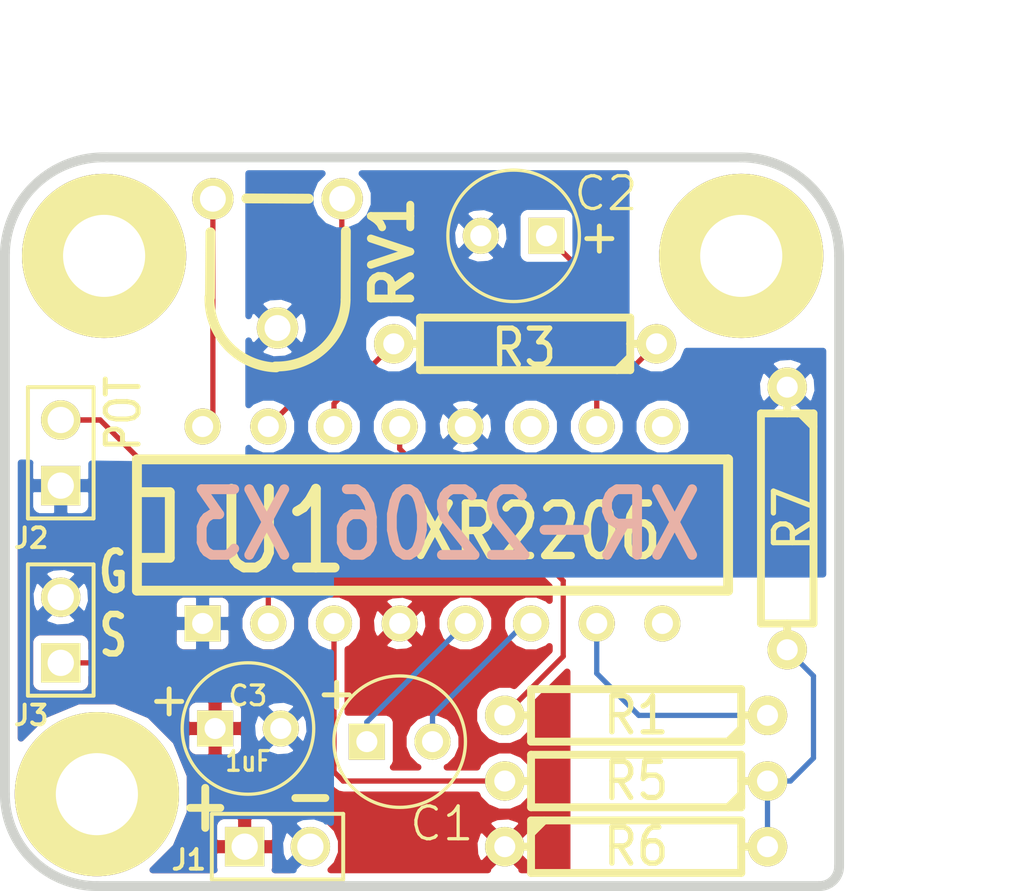
<source format=kicad_pcb>
(kicad_pcb (version 20171130) (host pcbnew "(5.1.10)-1")

  (general
    (thickness 1.6002)
    (drawings 15)
    (tracks 47)
    (zones 0)
    (modules 16)
    (nets 15)
  )

  (page A)
  (title_block
    (title XR2206-X2)
    (date "15 feb 2013")
    (rev X2)
  )

  (layers
    (0 Front signal)
    (31 Back signal)
    (36 B.SilkS user)
    (37 F.SilkS user)
    (38 B.Mask user)
    (39 F.Mask user)
    (40 Dwgs.User user)
    (41 Cmts.User user)
    (42 Eco1.User user)
    (43 Eco2.User user)
    (44 Edge.Cuts user)
  )

  (setup
    (last_trace_width 0.2032)
    (user_trace_width 0.3048)
    (user_trace_width 0.381)
    (user_trace_width 1.27)
    (trace_clearance 0.254)
    (zone_clearance 0.3048)
    (zone_45_only no)
    (trace_min 0.2032)
    (via_size 0.889)
    (via_drill 0.635)
    (via_min_size 0.889)
    (via_min_drill 0.508)
    (uvia_size 0.508)
    (uvia_drill 0.127)
    (uvias_allowed no)
    (uvia_min_size 0.508)
    (uvia_min_drill 0.127)
    (edge_width 0.381)
    (segment_width 0.381)
    (pcb_text_width 0.3048)
    (pcb_text_size 1.524 2.032)
    (mod_edge_width 0.381)
    (mod_text_size 1.524 1.524)
    (mod_text_width 0.3048)
    (pad_size 1.524 1.524)
    (pad_drill 0.8128)
    (pad_to_mask_clearance 0.254)
    (aux_axis_origin 0 0)
    (visible_elements FFFFFF7F)
    (pcbplotparams
      (layerselection 0x00030_ffffffff)
      (usegerberextensions true)
      (usegerberattributes true)
      (usegerberadvancedattributes true)
      (creategerberjobfile true)
      (excludeedgelayer true)
      (linewidth 0.150000)
      (plotframeref false)
      (viasonmask false)
      (mode 1)
      (useauxorigin false)
      (hpglpennumber 1)
      (hpglpenspeed 20)
      (hpglpendiameter 15.000000)
      (psnegative false)
      (psa4output false)
      (plotreference true)
      (plotvalue true)
      (plotinvisibletext false)
      (padsonsilk false)
      (subtractmaskfromsilk false)
      (outputformat 1)
      (mirror false)
      (drillshape 1)
      (scaleselection 1)
      (outputdirectory "plots/"))
  )

  (net 0 "")
  (net 1 /+12V)
  (net 2 /BIAS)
  (net 3 /M)
  (net 4 /OUT)
  (net 5 /POT)
  (net 6 /SC)
  (net 7 /SYM1)
  (net 8 /SYM2)
  (net 9 /TC1)
  (net 10 /TC2)
  (net 11 /TR1)
  (net 12 /WA1)
  (net 13 /WA2)
  (net 14 GND)

  (net_class Default "This is the default net class."
    (clearance 0.254)
    (trace_width 0.2032)
    (via_dia 0.889)
    (via_drill 0.635)
    (uvia_dia 0.508)
    (uvia_drill 0.127)
    (add_net /+12V)
    (add_net /BIAS)
    (add_net /M)
    (add_net /OUT)
    (add_net /POT)
    (add_net /SC)
    (add_net /SYM1)
    (add_net /SYM2)
    (add_net /TC1)
    (add_net /TC2)
    (add_net /TR1)
    (add_net /WA1)
    (add_net /WA2)
    (add_net GND)
  )

  (module DIP-16__300 (layer Front) (tedit 511E90F9) (tstamp 4FDBE8F7)
    (at 39.2684 35.56)
    (descr "16 pins DIL package, round pads")
    (tags DIL)
    (path /4FDBC311)
    (fp_text reference U1 (at -5.842 0.254) (layer F.SilkS)
      (effects (font (size 3.048 2.54) (thickness 0.381)))
    )
    (fp_text value XR2206 (at 4.064 0.254) (layer F.SilkS)
      (effects (font (size 2.032 1.651) (thickness 0.28702)))
    )
    (fp_line (start -11.43 -1.27) (end -11.43 -1.27) (layer F.SilkS) (width 0.381))
    (fp_line (start -11.43 -1.27) (end -10.16 -1.27) (layer F.SilkS) (width 0.381))
    (fp_line (start -10.16 -1.27) (end -10.16 1.27) (layer F.SilkS) (width 0.381))
    (fp_line (start -10.16 1.27) (end -11.43 1.27) (layer F.SilkS) (width 0.381))
    (fp_line (start -11.43 -2.54) (end 11.43 -2.54) (layer F.SilkS) (width 0.381))
    (fp_line (start 11.43 -2.54) (end 11.43 2.54) (layer F.SilkS) (width 0.381))
    (fp_line (start 11.43 2.54) (end -11.43 2.54) (layer F.SilkS) (width 0.381))
    (fp_line (start -11.43 2.54) (end -11.43 -2.54) (layer F.SilkS) (width 0.381))
    (pad 1 thru_hole rect (at -8.89 3.81) (size 1.397 1.397) (drill 0.8128) (layers *.Cu *.Mask F.SilkS)
      (net 14 GND))
    (pad 2 thru_hole circle (at -6.35 3.81) (size 1.397 1.397) (drill 0.8128) (layers *.Cu *.Mask F.SilkS)
      (net 4 /OUT))
    (pad 3 thru_hole circle (at -3.81 3.81) (size 1.397 1.397) (drill 0.8128) (layers *.Cu *.Mask F.SilkS)
      (net 3 /M))
    (pad 4 thru_hole circle (at -1.27 3.81) (size 1.397 1.397) (drill 0.8128) (layers *.Cu *.Mask F.SilkS)
      (net 1 /+12V))
    (pad 5 thru_hole circle (at 1.27 3.81) (size 1.397 1.397) (drill 0.8128) (layers *.Cu *.Mask F.SilkS)
      (net 9 /TC1))
    (pad 6 thru_hole circle (at 3.81 3.81) (size 1.397 1.397) (drill 0.8128) (layers *.Cu *.Mask F.SilkS)
      (net 10 /TC2))
    (pad 7 thru_hole circle (at 6.35 3.81) (size 1.397 1.397) (drill 0.8128) (layers *.Cu *.Mask F.SilkS)
      (net 11 /TR1))
    (pad 8 thru_hole circle (at 8.89 3.81) (size 1.397 1.397) (drill 0.8128) (layers *.Cu *.Mask F.SilkS))
    (pad 9 thru_hole circle (at 8.89 -3.81) (size 1.397 1.397) (drill 0.8128) (layers *.Cu *.Mask F.SilkS))
    (pad 10 thru_hole circle (at 6.35 -3.81) (size 1.397 1.397) (drill 0.8128) (layers *.Cu *.Mask F.SilkS)
      (net 2 /BIAS))
    (pad 11 thru_hole circle (at 3.81 -3.81) (size 1.397 1.397) (drill 0.8128) (layers *.Cu *.Mask F.SilkS))
    (pad 12 thru_hole circle (at 1.27 -3.81) (size 1.397 1.397) (drill 0.8128) (layers *.Cu *.Mask F.SilkS)
      (net 14 GND))
    (pad 13 thru_hole circle (at -1.27 -3.81) (size 1.397 1.397) (drill 0.8128) (layers *.Cu *.Mask F.SilkS)
      (net 12 /WA1))
    (pad 14 thru_hole circle (at -3.81 -3.81) (size 1.397 1.397) (drill 0.8128) (layers *.Cu *.Mask F.SilkS)
      (net 13 /WA2))
    (pad 15 thru_hole circle (at -6.35 -3.81) (size 1.397 1.397) (drill 0.8128) (layers *.Cu *.Mask F.SilkS)
      (net 7 /SYM1))
    (pad 16 thru_hole circle (at -8.89 -3.81) (size 1.397 1.397) (drill 0.8128) (layers *.Cu *.Mask F.SilkS)
      (net 8 /SYM2))
    (model dil/dil_16.wrl
      (at (xyz 0 0 0))
      (scale (xyz 1 1 1))
      (rotate (xyz -75 0 0))
    )
    (model ${KISYS3DMOD}/Package_DIP.3dshapes/DIP-16_W7.62mm.step
      (offset (xyz -8.890000000000001 -3.81 0))
      (scale (xyz 1 1 1))
      (rotate (xyz 0 0 -90))
    )
  )

  (module C1V5 (layer Front) (tedit 511E86DD) (tstamp 4FDBEAAE)
    (at 42.4053 24.3713 180)
    (descr "Condensateur e = 1 pas")
    (tags C)
    (path /4FDBC7A6)
    (fp_text reference C2 (at -3.5687 1.6383 180) (layer F.SilkS)
      (effects (font (size 1.27 1.27) (thickness 0.127)))
    )
    (fp_text value 1UF (at 6.477 0.254 270) (layer F.SilkS) hide
      (effects (font (size 0.762 0.635) (thickness 0.127)))
    )
    (fp_text user + (at -3.3147 -0.0127 180) (layer F.SilkS)
      (effects (font (size 1.27 1.27) (thickness 0.1905)))
    )
    (fp_circle (center 0 0) (end 0.127 -2.54) (layer F.SilkS) (width 0.127))
    (pad 1 thru_hole rect (at -1.27 0 180) (size 1.397 1.397) (drill 0.8128) (layers *.Cu *.Mask F.SilkS)
      (net 2 /BIAS))
    (pad 2 thru_hole circle (at 1.27 0 180) (size 1.397 1.397) (drill 0.8128) (layers *.Cu *.Mask F.SilkS)
      (net 14 GND))
    (model discret/c_vert_c1v5.wrl
      (at (xyz 0 0 0))
      (scale (xyz 1 1 1))
      (rotate (xyz 0 0 0))
    )
    (model ${KISYS3DMOD}/Capacitor_THT.3dshapes/C_Radial_D6.3mm_H11.0mm_P2.50mm.step
      (offset (xyz -1.2192 -0 0))
      (scale (xyz 1 1 1))
      (rotate (xyz 0 0 0))
    )
  )

  (module C1V5 (layer Front) (tedit 511E9013) (tstamp 4FDC8B09)
    (at 37.9984 43.942)
    (descr "Condensateur e = 1 pas")
    (tags C)
    (path /4FDBC755)
    (fp_text reference C1 (at 1.6256 3.175) (layer F.SilkS)
      (effects (font (size 1.27 1.27) (thickness 0.127)))
    )
    (fp_text value 0.1uF (at 0 6.35) (layer F.SilkS) hide
      (effects (font (size 0.762 0.635) (thickness 0.127)))
    )
    (fp_text user + (at -2.4384 -1.905) (layer F.SilkS)
      (effects (font (size 1.27 1.27) (thickness 0.1905)))
    )
    (fp_circle (center 0 0) (end 0.127 -2.54) (layer F.SilkS) (width 0.127))
    (pad 1 thru_hole rect (at -1.27 0) (size 1.397 1.397) (drill 0.8128) (layers *.Cu *.Mask F.SilkS)
      (net 9 /TC1))
    (pad 2 thru_hole circle (at 1.27 0) (size 1.397 1.397) (drill 0.8128) (layers *.Cu *.Mask F.SilkS)
      (net 10 /TC2))
    (model discret/c_vert_c1v5.wrl
      (at (xyz 0 0 0))
      (scale (xyz 1 1 1))
      (rotate (xyz 0 0 0))
    )
    (model ${KISYS3DMOD}/Capacitor_THT.3dshapes/C_Radial_D6.3mm_H11.0mm_P2.50mm.step
      (offset (xyz -1.2192 -0 -0))
      (scale (xyz 1 1 1))
      (rotate (xyz 0 0 0))
    )
  )

  (module MTG-4-40 (layer Front) (tedit 50113A40) (tstamp 50112E22)
    (at 26.5684 25.146)
    (path /4FDBED61)
    (fp_text reference MTG1 (at -5.08 0 90) (layer F.SilkS) hide
      (effects (font (size 1.524 1.524) (thickness 0.3048)))
    )
    (fp_text value CONN_1 (at -7.366 0.254 90) (layer F.SilkS) hide
      (effects (font (size 1.524 1.524) (thickness 0.3048)))
    )
    (pad 1 thru_hole circle (at 0 0) (size 6.35 6.35) (drill 3.175) (layers *.Cu *.Mask F.SilkS))
  )

  (module PIN_ARRAY_2X1 (layer Front) (tedit 511E891F) (tstamp 4FDCAA00)
    (at 24.892 32.766 90)
    (descr "Connecteurs 2 pins")
    (tags "CONN DEV")
    (path /4FDCA902)
    (fp_text reference J2 (at -3.302 -1.143 180) (layer F.SilkS)
      (effects (font (size 0.762 0.762) (thickness 0.1524)))
    )
    (fp_text value CONN_2 (at 0 -3.556 90) (layer F.SilkS) hide
      (effects (font (size 0.762 0.762) (thickness 0.1524)))
    )
    (fp_line (start -2.54 1.27) (end -2.54 -1.27) (layer F.SilkS) (width 0.1524))
    (fp_line (start -2.54 -1.27) (end 2.54 -1.27) (layer F.SilkS) (width 0.1524))
    (fp_line (start 2.54 -1.27) (end 2.54 1.27) (layer F.SilkS) (width 0.1524))
    (fp_line (start 2.54 1.27) (end -2.54 1.27) (layer F.SilkS) (width 0.1524))
    (pad 1 thru_hole rect (at -1.27 0 90) (size 1.524 1.524) (drill 1.016) (layers *.Cu *.Mask F.SilkS)
      (net 14 GND))
    (pad 2 thru_hole circle (at 1.27 0 90) (size 1.524 1.524) (drill 1.016) (layers *.Cu *.Mask F.SilkS)
      (net 5 /POT))
    (model pin_array/pins_array_2x1.wrl
      (at (xyz 0 0 0))
      (scale (xyz 1 1 1))
      (rotate (xyz 0 0 0))
    )
    (model ${KISYS3DMOD}/Connector_PinHeader_2.54mm.3dshapes/PinHeader_1x02_P2.54mm_Vertical.step
      (offset (xyz 1.2192 0 0))
      (scale (xyz 1 1 1))
      (rotate (xyz 0 0 90))
    )
  )

  (module R4 (layer Front) (tedit 50113B3B) (tstamp 50112513)
    (at 47.1424 45.466 180)
    (descr "Resitance 4 pas")
    (tags R)
    (path /501123D0)
    (autoplace_cost180 10)
    (fp_text reference R5 (at 0 0 180) (layer F.SilkS)
      (effects (font (size 1.397 1.27) (thickness 0.2032)))
    )
    (fp_text value 22K (at 0.254 -5.588 180) (layer F.SilkS) hide
      (effects (font (size 1.397 1.27) (thickness 0.2032)))
    )
    (fp_line (start -5.08 0) (end -4.064 0) (layer F.SilkS) (width 0.3048))
    (fp_line (start -4.064 0) (end -4.064 -1.016) (layer F.SilkS) (width 0.3048))
    (fp_line (start -4.064 -1.016) (end 4.064 -1.016) (layer F.SilkS) (width 0.3048))
    (fp_line (start 4.064 -1.016) (end 4.064 1.016) (layer F.SilkS) (width 0.3048))
    (fp_line (start 4.064 1.016) (end -4.064 1.016) (layer F.SilkS) (width 0.3048))
    (fp_line (start -4.064 1.016) (end -4.064 0) (layer F.SilkS) (width 0.3048))
    (fp_line (start -4.064 -0.508) (end -3.556 -1.016) (layer F.SilkS) (width 0.3048))
    (fp_line (start 5.08 0) (end 4.064 0) (layer F.SilkS) (width 0.3048))
    (pad 1 thru_hole circle (at -5.08 0 180) (size 1.524 1.524) (drill 0.8128) (layers *.Cu *.Mask F.SilkS)
      (net 6 /SC))
    (pad 2 thru_hole circle (at 5.08 0 180) (size 1.524 1.524) (drill 0.8128) (layers *.Cu *.Mask F.SilkS)
      (net 3 /M))
    (model discret/resistor.wrl
      (at (xyz 0 0 0))
      (scale (xyz 0.4 0.4 0.4))
      (rotate (xyz 0 0 0))
    )
    (model ${KISYS3DMOD}/Resistor_THT.3dshapes/R_Axial_DIN0207_L6.3mm_D2.5mm_P10.16mm_Horizontal.step
      (offset (xyz -5.08 0 0))
      (scale (xyz 1 1 1))
      (rotate (xyz 0 0 0))
    )
  )

  (module R4 (layer Front) (tedit 50113B3E) (tstamp 50112515)
    (at 47.1424 48.006)
    (descr "Resitance 4 pas")
    (tags R)
    (path /501123BB)
    (autoplace_cost180 10)
    (fp_text reference R6 (at 0 0) (layer F.SilkS)
      (effects (font (size 1.397 1.27) (thickness 0.2032)))
    )
    (fp_text value 5.1K (at 4.318 3.302) (layer F.SilkS) hide
      (effects (font (size 1.397 1.27) (thickness 0.2032)))
    )
    (fp_line (start -5.08 0) (end -4.064 0) (layer F.SilkS) (width 0.3048))
    (fp_line (start -4.064 0) (end -4.064 -1.016) (layer F.SilkS) (width 0.3048))
    (fp_line (start -4.064 -1.016) (end 4.064 -1.016) (layer F.SilkS) (width 0.3048))
    (fp_line (start 4.064 -1.016) (end 4.064 1.016) (layer F.SilkS) (width 0.3048))
    (fp_line (start 4.064 1.016) (end -4.064 1.016) (layer F.SilkS) (width 0.3048))
    (fp_line (start -4.064 1.016) (end -4.064 0) (layer F.SilkS) (width 0.3048))
    (fp_line (start -4.064 -0.508) (end -3.556 -1.016) (layer F.SilkS) (width 0.3048))
    (fp_line (start 5.08 0) (end 4.064 0) (layer F.SilkS) (width 0.3048))
    (pad 1 thru_hole circle (at -5.08 0) (size 1.524 1.524) (drill 0.8128) (layers *.Cu *.Mask F.SilkS)
      (net 1 /+12V))
    (pad 2 thru_hole circle (at 5.08 0) (size 1.524 1.524) (drill 0.8128) (layers *.Cu *.Mask F.SilkS)
      (net 6 /SC))
    (model discret/resistor.wrl
      (at (xyz 0 0 0))
      (scale (xyz 0.4 0.4 0.4))
      (rotate (xyz 0 0 0))
    )
    (model ${KISYS3DMOD}/Resistor_THT.3dshapes/R_Axial_DIN0207_L6.3mm_D2.5mm_P10.16mm_Horizontal.step
      (offset (xyz -5.08 0 0))
      (scale (xyz 1 1 1))
      (rotate (xyz 0 0 0))
    )
  )

  (module R4 (layer Front) (tedit 511E885E) (tstamp 50112517)
    (at 52.9844 35.306 270)
    (descr "Resitance 4 pas")
    (tags R)
    (path /501123C8)
    (autoplace_cost180 10)
    (fp_text reference R7 (at 0 -0.2286 270) (layer F.SilkS)
      (effects (font (size 1.397 1.27) (thickness 0.2032)))
    )
    (fp_text value 5.1K (at 0 -3.556 270) (layer F.SilkS) hide
      (effects (font (size 1.397 1.27) (thickness 0.2032)))
    )
    (fp_line (start -5.08 0) (end -4.064 0) (layer F.SilkS) (width 0.3048))
    (fp_line (start -4.064 0) (end -4.064 -1.016) (layer F.SilkS) (width 0.3048))
    (fp_line (start -4.064 -1.016) (end 4.064 -1.016) (layer F.SilkS) (width 0.3048))
    (fp_line (start 4.064 -1.016) (end 4.064 1.016) (layer F.SilkS) (width 0.3048))
    (fp_line (start 4.064 1.016) (end -4.064 1.016) (layer F.SilkS) (width 0.3048))
    (fp_line (start -4.064 1.016) (end -4.064 0) (layer F.SilkS) (width 0.3048))
    (fp_line (start -4.064 -0.508) (end -3.556 -1.016) (layer F.SilkS) (width 0.3048))
    (fp_line (start 5.08 0) (end 4.064 0) (layer F.SilkS) (width 0.3048))
    (pad 1 thru_hole circle (at -5.08 0 270) (size 1.524 1.524) (drill 0.8128) (layers *.Cu *.Mask F.SilkS)
      (net 14 GND))
    (pad 2 thru_hole circle (at 5.08 0 270) (size 1.524 1.524) (drill 0.8128) (layers *.Cu *.Mask F.SilkS)
      (net 6 /SC))
    (model discret/resistor.wrl
      (at (xyz 0 0 0))
      (scale (xyz 0.4 0.4 0.4))
      (rotate (xyz 0 0 0))
    )
    (model ${KISYS3DMOD}/Resistor_THT.3dshapes/R_Axial_DIN0207_L6.3mm_D2.5mm_P10.16mm_Horizontal.step
      (offset (xyz -5.08 0 0))
      (scale (xyz 1 1 1))
      (rotate (xyz 0 0 0))
    )
  )

  (module R4 (layer Front) (tedit 50113C13) (tstamp 4FDBE8FE)
    (at 47.1424 42.926 180)
    (descr "Resitance 4 pas")
    (tags R)
    (path /4FDBC393)
    (autoplace_cost180 10)
    (fp_text reference R1 (at 0 0 180) (layer F.SilkS)
      (effects (font (size 1.397 1.27) (thickness 0.2032)))
    )
    (fp_text value 10K (at 4.064 -8.382 180) (layer F.SilkS) hide
      (effects (font (size 1.397 1.27) (thickness 0.2032)))
    )
    (fp_line (start -5.08 0) (end -4.064 0) (layer F.SilkS) (width 0.3048))
    (fp_line (start -4.064 0) (end -4.064 -1.016) (layer F.SilkS) (width 0.3048))
    (fp_line (start -4.064 -1.016) (end 4.064 -1.016) (layer F.SilkS) (width 0.3048))
    (fp_line (start 4.064 -1.016) (end 4.064 1.016) (layer F.SilkS) (width 0.3048))
    (fp_line (start 4.064 1.016) (end -4.064 1.016) (layer F.SilkS) (width 0.3048))
    (fp_line (start -4.064 1.016) (end -4.064 0) (layer F.SilkS) (width 0.3048))
    (fp_line (start -4.064 -0.508) (end -3.556 -1.016) (layer F.SilkS) (width 0.3048))
    (fp_line (start 5.08 0) (end 4.064 0) (layer F.SilkS) (width 0.3048))
    (pad 1 thru_hole circle (at -5.08 0 180) (size 1.524 1.524) (drill 0.8128) (layers *.Cu *.Mask F.SilkS)
      (net 11 /TR1))
    (pad 2 thru_hole circle (at 5.08 0 180) (size 1.524 1.524) (drill 0.8128) (layers *.Cu *.Mask F.SilkS)
      (net 5 /POT))
    (model discret/resistor.wrl
      (offset (xyz -2.54 0 0))
      (scale (xyz 0.4 0.4 0.4))
      (rotate (xyz 0 0 0))
    )
    (model ${KISYS3DMOD}/Resistor_THT.3dshapes/R_Axial_DIN0207_L6.3mm_D2.5mm_P10.16mm_Horizontal.step
      (offset (xyz -5.08 0 0))
      (scale (xyz 1 1 1))
      (rotate (xyz 0 0 0))
    )
  )

  (module R4 (layer Front) (tedit 511E8859) (tstamp 4FDBE8FA)
    (at 42.8498 28.5496 180)
    (descr "Resitance 4 pas")
    (tags R)
    (path /4FDBE56E)
    (autoplace_cost180 10)
    (fp_text reference R3 (at 0.0508 -0.1524 180) (layer F.SilkS)
      (effects (font (size 1.397 1.27) (thickness 0.2032)))
    )
    (fp_text value 330 (at -4.064 7.747 180) (layer F.SilkS) hide
      (effects (font (size 1.397 1.27) (thickness 0.2032)))
    )
    (fp_line (start -5.08 0) (end -4.064 0) (layer F.SilkS) (width 0.3048))
    (fp_line (start -4.064 0) (end -4.064 -1.016) (layer F.SilkS) (width 0.3048))
    (fp_line (start -4.064 -1.016) (end 4.064 -1.016) (layer F.SilkS) (width 0.3048))
    (fp_line (start 4.064 -1.016) (end 4.064 1.016) (layer F.SilkS) (width 0.3048))
    (fp_line (start 4.064 1.016) (end -4.064 1.016) (layer F.SilkS) (width 0.3048))
    (fp_line (start -4.064 1.016) (end -4.064 0) (layer F.SilkS) (width 0.3048))
    (fp_line (start -4.064 -0.508) (end -3.556 -1.016) (layer F.SilkS) (width 0.3048))
    (fp_line (start 5.08 0) (end 4.064 0) (layer F.SilkS) (width 0.3048))
    (pad 1 thru_hole circle (at -5.08 0 180) (size 1.524 1.524) (drill 0.8128) (layers *.Cu *.Mask F.SilkS)
      (net 12 /WA1))
    (pad 2 thru_hole circle (at 5.08 0 180) (size 1.524 1.524) (drill 0.8128) (layers *.Cu *.Mask F.SilkS)
      (net 13 /WA2))
    (model discret/resistor.wrl
      (at (xyz 0 0 0))
      (scale (xyz 0.4 0.4 0.4))
      (rotate (xyz 0 0 0))
    )
    (model ${KISYS3DMOD}/Resistor_THT.3dshapes/R_Axial_DIN0207_L6.3mm_D2.5mm_P10.16mm_Horizontal.step
      (offset (xyz -5.08 0 0))
      (scale (xyz 1 1 1))
      (rotate (xyz 0 0 0))
    )
  )

  (module MTG-4-40 (layer Front) (tedit 50113CB9) (tstamp 50112E0A)
    (at 51.2064 25.146)
    (path /501125B1)
    (fp_text reference MTG2 (at 9.398 0 90) (layer F.SilkS) hide
      (effects (font (size 1.524 1.524) (thickness 0.3048)))
    )
    (fp_text value CONN_1 (at 5.334 0 90) (layer F.SilkS) hide
      (effects (font (size 1.524 1.524) (thickness 0.3048)))
    )
    (pad 1 thru_hole circle (at 0 0) (size 6.35 6.35) (drill 3.175) (layers *.Cu *.Mask F.SilkS))
  )

  (module PIN_ARRAY_2X1 (layer Front) (tedit 511E8925) (tstamp 511E7B5E)
    (at 33.274 48.006)
    (descr "Connecteurs 2 pins")
    (tags "CONN DEV")
    (path /511E7A25)
    (fp_text reference J1 (at -3.429 0.508) (layer F.SilkS)
      (effects (font (size 0.762 0.762) (thickness 0.1524)))
    )
    (fp_text value CONN_2 (at -0.0762 2.4892) (layer F.SilkS) hide
      (effects (font (size 0.762 0.762) (thickness 0.1524)))
    )
    (fp_line (start -2.54 1.27) (end -2.54 -1.27) (layer F.SilkS) (width 0.1524))
    (fp_line (start -2.54 -1.27) (end 2.54 -1.27) (layer F.SilkS) (width 0.1524))
    (fp_line (start 2.54 -1.27) (end 2.54 1.27) (layer F.SilkS) (width 0.1524))
    (fp_line (start 2.54 1.27) (end -2.54 1.27) (layer F.SilkS) (width 0.1524))
    (pad 1 thru_hole rect (at -1.27 0) (size 1.524 1.524) (drill 1.016) (layers *.Cu *.Mask F.SilkS)
      (net 1 /+12V))
    (pad 2 thru_hole circle (at 1.27 0) (size 1.524 1.524) (drill 1.016) (layers *.Cu *.Mask F.SilkS)
      (net 14 GND))
    (model pin_array/pins_array_2x1.wrl
      (at (xyz 0 0 0))
      (scale (xyz 1 1 1))
      (rotate (xyz 0 0 0))
    )
  )

  (module PIN_ARRAY_2X1 (layer Front) (tedit 511E8952) (tstamp 511E7B60)
    (at 24.892 39.624 90)
    (descr "Connecteurs 2 pins")
    (tags "CONN DEV")
    (path /511E7A29)
    (fp_text reference J3 (at -3.302 -1.143 180) (layer F.SilkS)
      (effects (font (size 0.762 0.762) (thickness 0.1524)))
    )
    (fp_text value CONN_2 (at -0.127 3.5052 90) (layer F.SilkS) hide
      (effects (font (size 0.762 0.762) (thickness 0.1524)))
    )
    (fp_line (start -2.54 1.27) (end -2.54 -1.27) (layer F.SilkS) (width 0.1524))
    (fp_line (start -2.54 -1.27) (end 2.54 -1.27) (layer F.SilkS) (width 0.1524))
    (fp_line (start 2.54 -1.27) (end 2.54 1.27) (layer F.SilkS) (width 0.1524))
    (fp_line (start 2.54 1.27) (end -2.54 1.27) (layer F.SilkS) (width 0.1524))
    (pad 1 thru_hole rect (at -1.27 0 90) (size 1.524 1.524) (drill 1.016) (layers *.Cu *.Mask F.SilkS)
      (net 4 /OUT))
    (pad 2 thru_hole circle (at 1.27 0 90) (size 1.524 1.524) (drill 1.016) (layers *.Cu *.Mask F.SilkS)
      (net 14 GND))
    (model pin_array/pins_array_2x1.wrl
      (at (xyz 0 0 0))
      (scale (xyz 1 1 1))
      (rotate (xyz 0 0 0))
    )
    (model ${KISYS3DMOD}/Connector_PinHeader_2.54mm.3dshapes/PinHeader_1x02_P2.54mm_Vertical.step
      (offset (xyz 1.2446 0 0))
      (scale (xyz 1 1 1))
      (rotate (xyz 0 0 90))
    )
  )

  (module C1V5 (layer Front) (tedit 511E92A5) (tstamp 511E7B61)
    (at 32.131 43.434)
    (descr "Condensateur e = 1 pas")
    (tags C)
    (path /511BA085)
    (fp_text reference C3 (at 0 -1.26746) (layer F.SilkS)
      (effects (font (size 0.762 0.762) (thickness 0.127)))
    )
    (fp_text value 1uF (at 0 1.27) (layer F.SilkS)
      (effects (font (size 0.762 0.635) (thickness 0.127)))
    )
    (fp_text user + (at -3.048 -1.143) (layer F.SilkS)
      (effects (font (size 1.27 1.27) (thickness 0.1905)))
    )
    (fp_circle (center 0 0) (end 0.127 -2.54) (layer F.SilkS) (width 0.127))
    (pad 1 thru_hole rect (at -1.27 0) (size 1.397 1.397) (drill 0.8128) (layers *.Cu *.Mask F.SilkS)
      (net 1 /+12V))
    (pad 2 thru_hole circle (at 1.27 0) (size 1.397 1.397) (drill 0.8128) (layers *.Cu *.Mask F.SilkS)
      (net 14 GND))
    (model discret/c_vert_c1v5.wrl
      (at (xyz 0 0 0))
      (scale (xyz 1 1 1))
      (rotate (xyz 0 0 0))
    )
    (model ${KISYS3DMOD}/Capacitor_THT.3dshapes/C_Radial_D6.3mm_H11.0mm_P2.50mm.step
      (offset (xyz -1.2192 0 0))
      (scale (xyz 1 1 1))
      (rotate (xyz 0 0 0))
    )
  )

  (module POT-6MM (layer Front) (tedit 511E9289) (tstamp 511E8296)
    (at 33.274 22.9362 180)
    (path /511E791A)
    (fp_text reference RV1 (at -4.445 -2.0828 270) (layer F.SilkS)
      (effects (font (size 1.524 1.524) (thickness 0.3048)))
    )
    (fp_text value 25K (at 0.254 4.3053 180) (layer F.SilkS) hide
      (effects (font (size 1.524 1.524) (thickness 0.3048)))
    )
    (fp_line (start 2.61112 -3.8227) (end 2.59334 -1.29794) (layer F.SilkS) (width 0.381))
    (fp_line (start -1.20396 0.00254) (end 1.20396 0.0127) (layer F.SilkS) (width 0.381))
    (fp_line (start -2.63398 -3.9116) (end -2.64414 -1.25222) (layer F.SilkS) (width 0.381))
    (fp_arc (start -0.02032 -3.87604) (end 0.0508 -6.52526) (angle 90) (layer F.SilkS) (width 0.381))
    (fp_arc (start 0.01524 -3.84048) (end -2.63398 -3.9116) (angle 90) (layer F.SilkS) (width 0.381))
    (pad 1 thru_hole circle (at -2.49936 0 180) (size 1.6002 1.6002) (drill 1.00076) (layers *.Cu *.Mask F.SilkS)
      (net 7 /SYM1))
    (pad 3 thru_hole circle (at 2.49936 0 180) (size 1.6002 1.6002) (drill 1.00076) (layers *.Cu *.Mask F.SilkS)
      (net 8 /SYM2))
    (pad 2 thru_hole circle (at 0 -5.00126 180) (size 1.6002 1.6002) (drill 1.00076) (layers *.Cu *.Mask F.SilkS)
      (net 14 GND))
    (model ${KISYS3DMOD}/Potentiometer_THT.3dshapes/Potentiometer_Bourns_3339H_Vertical.step
      (offset (xyz 1.7018 1.1684 0))
      (scale (xyz 1 1 1))
      (rotate (xyz 0 0 -90))
    )
  )

  (module MTG-4-40 (layer Front) (tedit 50F036E3) (tstamp 511E856C)
    (at 26.289 45.974)
    (path /511E84D9)
    (fp_text reference MTG3 (at -6.858 -0.635) (layer F.SilkS) hide
      (effects (font (size 1.524 1.524) (thickness 0.3048)))
    )
    (fp_text value CONN_1 (at 0 -5.08) (layer F.SilkS) hide
      (effects (font (size 1.524 1.524) (thickness 0.3048)))
    )
    (pad 1 thru_hole circle (at 0 0) (size 6.35 6.35) (drill 3.175) (layers *.Cu *.Mask F.SilkS))
  )

  (gr_text + (at 30.48 46.355) (layer F.SilkS)
    (effects (font (size 2.032 1.524) (thickness 0.3048)))
  )
  (gr_text - (at 34.544 45.974) (layer F.SilkS)
    (effects (font (size 2.032 1.524) (thickness 0.3048)))
  )
  (gr_line (start 26.289 49.53) (end 54.229 49.53) (angle 90) (layer Edge.Cuts) (width 0.381))
  (gr_line (start 54.991 48.768) (end 54.991 25.146) (angle 90) (layer Edge.Cuts) (width 0.381))
  (gr_line (start 51.181 21.336) (end 26.67 21.336) (angle 90) (layer Edge.Cuts) (width 0.381))
  (gr_line (start 22.733 45.974) (end 22.733 25.019) (angle 90) (layer Edge.Cuts) (width 0.381))
  (gr_arc (start 51.181 25.146) (end 51.181 21.336) (angle 90) (layer Edge.Cuts) (width 0.381))
  (gr_arc (start 54.229 48.768) (end 54.991 48.768) (angle 90) (layer Edge.Cuts) (width 0.381))
  (gr_arc (start 26.289 45.974) (end 26.289 49.53) (angle 90) (layer Edge.Cuts) (width 0.381))
  (gr_arc (start 26.543 25.146) (end 22.733 25.019) (angle 90) (layer Edge.Cuts) (width 0.381))
  (dimension 32.258 (width 0.3048) (layer Eco1.User)
    (gr_text "1.2700 \"" (at 38.8874 17.68094) (layer Eco1.User)
      (effects (font (size 2.032 1.524) (thickness 0.3048)))
    )
    (feature1 (pts (xy 55.0164 21.336) (xy 55.0164 16.05534)))
    (feature2 (pts (xy 22.7584 21.336) (xy 22.7584 16.05534)))
    (crossbar (pts (xy 22.7584 19.30654) (xy 55.0164 19.30654)))
    (arrow1a (pts (xy 55.0164 19.30654) (xy 53.89118 19.89074)))
    (arrow1b (pts (xy 55.0164 19.30654) (xy 53.89118 18.72234)))
    (arrow2a (pts (xy 22.7584 19.30654) (xy 23.88362 19.89074)))
    (arrow2b (pts (xy 22.7584 19.30654) (xy 23.88362 18.72234)))
  )
  (dimension 28.194 (width 0.3048) (layer Eco1.User)
    (gr_text "1.1100 \"" (at 60.198 35.433 90) (layer Eco1.User)
      (effects (font (size 2.032 1.524) (thickness 0.3048)))
    )
    (feature1 (pts (xy 55.0164 21.336) (xy 61.8236 21.336)))
    (feature2 (pts (xy 55.0164 49.53) (xy 61.8236 49.53)))
    (crossbar (pts (xy 58.5724 49.53) (xy 58.5724 21.336)))
    (arrow1a (pts (xy 58.5724 21.336) (xy 59.1566 22.46122)))
    (arrow1b (pts (xy 58.5724 21.336) (xy 57.9882 22.46122)))
    (arrow2a (pts (xy 58.5724 49.53) (xy 59.1566 48.40478)))
    (arrow2b (pts (xy 58.5724 49.53) (xy 57.9882 48.40478)))
  )
  (gr_text "XR-2206 X3" (at 39.7764 35.56) (layer B.SilkS)
    (effects (font (size 2.54 2.032) (thickness 0.381)) (justify mirror))
  )
  (gr_text POT (at 27.305 31.242 90) (layer F.SilkS)
    (effects (font (size 1.27 1.016) (thickness 0.1905)))
  )
  (gr_text "G\nS" (at 26.924 38.608) (layer F.SilkS)
    (effects (font (size 1.524 1.016) (thickness 0.254)))
  )

  (segment (start 45.6184 31.75) (end 45.6184 26.3144) (width 0.2032) (layer Front) (net 2) (status 400000))
  (segment (start 45.6184 26.3144) (end 43.6753 24.3713) (width 0.2032) (layer Front) (net 2) (status 800000))
  (segment (start 42.0624 45.466) (end 35.814 45.466) (width 0.2032) (layer Front) (net 3) (status 400000))
  (segment (start 35.4584 45.1104) (end 35.4584 39.37) (width 0.2032) (layer Front) (net 3) (status 800000))
  (segment (start 35.814 45.466) (end 35.4584 45.1104) (width 0.2032) (layer Front) (net 3))
  (segment (start 32.9184 39.37) (end 32.9184 38.1254) (width 0.2032) (layer Front) (net 4) (status 400000))
  (segment (start 27.051 40.894) (end 24.892 40.894) (width 0.2032) (layer Front) (net 4) (status 800000))
  (segment (start 27.94 40.005) (end 27.051 40.894) (width 0.2032) (layer Front) (net 4))
  (segment (start 27.94 38.481) (end 27.94 40.005) (width 0.2032) (layer Front) (net 4))
  (segment (start 29.083 37.338) (end 27.94 38.481) (width 0.2032) (layer Front) (net 4))
  (segment (start 32.131 37.338) (end 29.083 37.338) (width 0.2032) (layer Front) (net 4))
  (segment (start 32.9184 38.1254) (end 32.131 37.338) (width 0.2032) (layer Front) (net 4))
  (segment (start 42.0624 42.9006) (end 44.323 40.64) (width 0.2032) (layer Front) (net 5))
  (segment (start 29.972 35.052) (end 26.416 31.496) (width 0.2032) (layer Front) (net 5))
  (segment (start 44.323 40.64) (end 44.323 37.719) (width 0.2032) (layer Front) (net 5))
  (segment (start 44.323 37.719) (end 41.656 35.052) (width 0.2032) (layer Front) (net 5))
  (segment (start 41.656 35.052) (end 39.243 35.052) (width 0.2032) (layer Front) (net 5))
  (segment (start 24.892 31.496) (end 26.416 31.496) (width 0.2032) (layer Front) (net 5) (status 400000))
  (segment (start 26.416 31.496) (end 24.892 31.496) (width 0.2032) (layer Front) (net 5) (status 800000))
  (segment (start 39.243 35.052) (end 29.972 35.052) (width 0.2032) (layer Front) (net 5))
  (segment (start 42.0624 42.926) (end 42.0624 42.9006) (width 0.2032) (layer Front) (net 5) (status 400000))
  (segment (start 54.0004 44.577) (end 54.0004 41.402) (width 0.2032) (layer Back) (net 6))
  (segment (start 54.0004 41.402) (end 52.9844 40.386) (width 0.2032) (layer Back) (net 6) (status 800000))
  (segment (start 52.2224 45.466) (end 52.2224 48.006) (width 0.2032) (layer Back) (net 6) (status C00000))
  (segment (start 53.1114 45.466) (end 54.0004 44.577) (width 0.2032) (layer Back) (net 6))
  (segment (start 52.2224 45.466) (end 53.1114 45.466) (width 0.2032) (layer Back) (net 6) (status 400000))
  (segment (start 35.76066 22.9362) (end 35.77336 22.9362) (width 0.2032) (layer Front) (net 7) (status 800000))
  (segment (start 35.76066 22.9362) (end 35.76066 28.90774) (width 0.2032) (layer Front) (net 7))
  (segment (start 35.76066 28.90774) (end 32.9184 31.75) (width 0.2032) (layer Front) (net 7) (status 800000))
  (segment (start 30.77464 22.9362) (end 30.77464 31.35376) (width 0.2032) (layer Front) (net 8) (status 400000))
  (segment (start 30.77464 31.35376) (end 30.3784 31.75) (width 0.2032) (layer Front) (net 8) (status 800000))
  (segment (start 36.7284 43.942) (end 36.7284 43.18) (width 0.2032) (layer Back) (net 9) (status 400000))
  (segment (start 36.7284 43.18) (end 40.5384 39.37) (width 0.2032) (layer Back) (net 9) (status 800000))
  (segment (start 43.0784 39.37) (end 42.8244 39.37) (width 0.2032) (layer Back) (net 10) (status 400000))
  (segment (start 42.8244 39.37) (end 39.2684 42.926) (width 0.2032) (layer Back) (net 10))
  (segment (start 39.2684 42.926) (end 39.2684 43.942) (width 0.2032) (layer Back) (net 10) (status 800000))
  (segment (start 52.2224 42.926) (end 47.244 42.926) (width 0.2032) (layer Back) (net 11) (status 400000))
  (segment (start 45.6184 41.3004) (end 45.6184 39.37) (width 0.2032) (layer Back) (net 11) (status 800000))
  (segment (start 47.244 42.926) (end 45.6184 41.3004) (width 0.2032) (layer Back) (net 11))
  (segment (start 37.9984 31.75) (end 37.9984 32.6136) (width 0.2032) (layer Front) (net 12) (status 400000))
  (segment (start 37.9984 32.6136) (end 38.9382 33.5534) (width 0.2032) (layer Front) (net 12))
  (segment (start 38.9382 33.5534) (end 46.3296 33.5534) (width 0.2032) (layer Front) (net 12))
  (segment (start 46.3296 33.5534) (end 46.863 33.02) (width 0.2032) (layer Front) (net 12))
  (segment (start 46.863 33.02) (end 46.863 29.6164) (width 0.2032) (layer Front) (net 12))
  (segment (start 46.863 29.6164) (end 47.9298 28.5496) (width 0.2032) (layer Front) (net 12) (status 800000))
  (segment (start 35.4584 31.75) (end 35.4584 30.861) (width 0.2032) (layer Front) (net 13) (status 400000))
  (segment (start 35.4584 30.861) (end 37.7698 28.5496) (width 0.2032) (layer Front) (net 13) (status 800000))

  (zone (net 14) (net_name GND) (layer Back) (tstamp 50113006) (hatch edge 0.508)
    (connect_pads (clearance 0.3048))
    (min_thickness 0.254)
    (fill (arc_segments 16) (thermal_gap 0.3048) (thermal_bridge_width 0.508))
    (polygon
      (pts
        (xy 35.4584 49.276) (xy 35.4584 37.592) (xy 54.7624 37.592) (xy 54.7624 28.702) (xy 46.8884 28.702)
        (xy 46.8884 21.59) (xy 32.0294 21.717) (xy 32.0294 33.147) (xy 23.0124 33.02) (xy 22.987 45.085)
        (xy 26.543 49.276)
      )
    )
    (filled_polygon
      (pts
        (xy 54.3687 37.465) (xy 54.1655 37.465) (xy 54.1655 30.38094) (xy 54.13502 29.91612) (xy 54.01818 29.63164)
        (xy 53.83784 29.5529) (xy 53.6575 29.73324) (xy 53.6575 29.37256) (xy 53.57876 29.19222) (xy 53.13934 29.0449)
        (xy 52.67452 29.07538) (xy 52.39004 29.19222) (xy 52.3113 29.37256) (xy 52.9844 30.04566) (xy 53.6575 29.37256)
        (xy 53.6575 29.73324) (xy 53.16474 30.226) (xy 53.83784 30.8991) (xy 54.01818 30.82036) (xy 54.1655 30.38094)
        (xy 54.1655 37.465) (xy 53.6575 37.465) (xy 53.6575 31.07944) (xy 52.9844 30.40634) (xy 52.80406 30.58668)
        (xy 52.80406 30.226) (xy 52.13096 29.5529) (xy 51.95062 29.63164) (xy 51.8033 30.07106) (xy 51.83378 30.53588)
        (xy 51.95062 30.82036) (xy 52.13096 30.8991) (xy 52.80406 30.226) (xy 52.80406 30.58668) (xy 52.3113 31.07944)
        (xy 52.39004 31.25978) (xy 52.82946 31.4071) (xy 53.29428 31.37662) (xy 53.57876 31.25978) (xy 53.6575 31.07944)
        (xy 53.6575 37.465) (xy 49.28616 37.465) (xy 49.28616 31.97606) (xy 49.28616 31.52648) (xy 49.11598 31.11246)
        (xy 48.79848 30.79496) (xy 48.38446 30.62224) (xy 47.93488 30.62224) (xy 47.52086 30.79242) (xy 47.20336 31.10992)
        (xy 47.03064 31.52394) (xy 47.03064 31.97352) (xy 47.20082 32.38754) (xy 47.51832 32.70504) (xy 47.93234 32.87776)
        (xy 48.38192 32.87776) (xy 48.79594 32.70758) (xy 49.11344 32.39008) (xy 49.28616 31.97606) (xy 49.28616 37.465)
        (xy 46.74616 37.465) (xy 46.74616 31.97606) (xy 46.74616 31.52648) (xy 46.57598 31.11246) (xy 46.25848 30.79496)
        (xy 45.84446 30.62224) (xy 45.39488 30.62224) (xy 44.98086 30.79242) (xy 44.8056 30.96768) (xy 44.8056 25.15616)
        (xy 44.8056 24.98344) (xy 44.8056 23.58644) (xy 44.73956 23.42896) (xy 44.61764 23.30704) (xy 44.46016 23.241)
        (xy 44.28744 23.241) (xy 42.89044 23.241) (xy 42.73296 23.30704) (xy 42.61104 23.42896) (xy 42.545 23.58644)
        (xy 42.545 23.75916) (xy 42.545 25.15616) (xy 42.61104 25.31364) (xy 42.73296 25.43556) (xy 42.89044 25.5016)
        (xy 43.06316 25.5016) (xy 44.46016 25.5016) (xy 44.61764 25.43556) (xy 44.73956 25.31364) (xy 44.8056 25.15616)
        (xy 44.8056 30.96768) (xy 44.66336 31.10992) (xy 44.49064 31.52394) (xy 44.49064 31.97352) (xy 44.66082 32.38754)
        (xy 44.97832 32.70504) (xy 45.39234 32.87776) (xy 45.84192 32.87776) (xy 46.25594 32.70758) (xy 46.57344 32.39008)
        (xy 46.74616 31.97606) (xy 46.74616 37.465) (xy 44.20616 37.465) (xy 44.20616 31.97606) (xy 44.20616 31.52648)
        (xy 44.03598 31.11246) (xy 43.71848 30.79496) (xy 43.30446 30.62224) (xy 42.85488 30.62224) (xy 42.44086 30.79242)
        (xy 42.25798 30.9753) (xy 42.25798 24.50846) (xy 42.22496 24.06904) (xy 42.11828 23.81504) (xy 41.94048 23.74392)
        (xy 41.76268 23.92172) (xy 41.76268 23.56612) (xy 41.69156 23.38832) (xy 41.27246 23.24862) (xy 40.83304 23.28164)
        (xy 40.57904 23.38832) (xy 40.50792 23.56612) (xy 41.1353 24.19096) (xy 41.76268 23.56612) (xy 41.76268 23.92172)
        (xy 41.31564 24.3713) (xy 41.94048 24.99868) (xy 42.11828 24.92756) (xy 42.25798 24.50846) (xy 42.25798 30.9753)
        (xy 42.12336 31.10992) (xy 41.95064 31.52394) (xy 41.95064 31.97352) (xy 42.12082 32.38754) (xy 42.43832 32.70504)
        (xy 42.85234 32.87776) (xy 43.30192 32.87776) (xy 43.71594 32.70758) (xy 44.03344 32.39008) (xy 44.20616 31.97606)
        (xy 44.20616 37.465) (xy 41.76268 37.465) (xy 41.76268 25.17648) (xy 41.1353 24.55164) (xy 40.95496 24.72944)
        (xy 40.95496 24.3713) (xy 40.33012 23.74392) (xy 40.15232 23.81504) (xy 40.01262 24.23414) (xy 40.04564 24.67356)
        (xy 40.15232 24.92756) (xy 40.33012 24.99868) (xy 40.95496 24.3713) (xy 40.95496 24.72944) (xy 40.50792 25.17648)
        (xy 40.57904 25.35428) (xy 40.99814 25.49398) (xy 41.43756 25.46096) (xy 41.69156 25.35428) (xy 41.76268 25.17648)
        (xy 41.76268 37.465) (xy 41.66108 37.465) (xy 41.66108 31.88716) (xy 41.62806 31.44774) (xy 41.52138 31.19374)
        (xy 41.34358 31.12262) (xy 41.16578 31.30042) (xy 41.16578 30.94482) (xy 41.09466 30.76702) (xy 40.67556 30.62732)
        (xy 40.23614 30.66034) (xy 39.98214 30.76702) (xy 39.91102 30.94482) (xy 40.5384 31.56966) (xy 41.16578 30.94482)
        (xy 41.16578 31.30042) (xy 40.71874 31.75) (xy 41.34358 32.37738) (xy 41.52138 32.30626) (xy 41.66108 31.88716)
        (xy 41.66108 37.465) (xy 41.16578 37.465) (xy 41.16578 32.55518) (xy 40.5384 31.93034) (xy 40.35806 32.10814)
        (xy 40.35806 31.75) (xy 39.73322 31.12262) (xy 39.55542 31.19374) (xy 39.41572 31.61284) (xy 39.44874 32.05226)
        (xy 39.55542 32.30626) (xy 39.73322 32.37738) (xy 40.35806 31.75) (xy 40.35806 32.10814) (xy 39.91102 32.55518)
        (xy 39.98214 32.73298) (xy 40.40124 32.87268) (xy 40.84066 32.83966) (xy 41.09466 32.73298) (xy 41.16578 32.55518)
        (xy 41.16578 37.465) (xy 39.12616 37.465) (xy 39.12616 31.97606) (xy 39.12616 31.52648) (xy 38.9636 31.13024)
        (xy 38.9636 28.78836) (xy 38.9636 28.31338) (xy 38.78326 27.87396) (xy 38.44798 27.53868) (xy 38.00856 27.3558)
        (xy 37.53358 27.3558) (xy 37.09416 27.53614) (xy 36.75888 27.87142) (xy 36.576 28.31084) (xy 36.576 28.78582)
        (xy 36.75634 29.22524) (xy 37.09162 29.56052) (xy 37.53104 29.7434) (xy 38.00602 29.7434) (xy 38.44544 29.56306)
        (xy 38.78072 29.22778) (xy 38.9636 28.78836) (xy 38.9636 31.13024) (xy 38.95598 31.11246) (xy 38.63848 30.79496)
        (xy 38.22446 30.62224) (xy 37.77488 30.62224) (xy 37.36086 30.79242) (xy 37.04336 31.10992) (xy 36.87064 31.52394)
        (xy 36.87064 31.97352) (xy 37.04082 32.38754) (xy 37.35832 32.70504) (xy 37.77234 32.87776) (xy 38.22192 32.87776)
        (xy 38.63594 32.70758) (xy 38.95344 32.39008) (xy 39.12616 31.97606) (xy 39.12616 37.465) (xy 36.58616 37.465)
        (xy 36.58616 31.97606) (xy 36.58616 31.52648) (xy 36.41598 31.11246) (xy 36.09848 30.79496) (xy 35.68446 30.62224)
        (xy 35.23488 30.62224) (xy 34.82086 30.79242) (xy 34.50336 31.10992) (xy 34.49574 31.1277) (xy 34.49574 28.10002)
        (xy 34.46526 27.61996) (xy 34.33826 27.32024) (xy 34.15284 27.23642) (xy 33.97504 27.41422) (xy 33.97504 27.05862)
        (xy 33.89122 26.8732) (xy 33.43656 26.71572) (xy 32.9565 26.7462) (xy 32.65678 26.8732) (xy 32.57296 27.05862)
        (xy 33.274 27.75712) (xy 33.97504 27.05862) (xy 33.97504 27.41422) (xy 33.45434 27.93746) (xy 34.15284 28.6385)
        (xy 34.33826 28.55468) (xy 34.49574 28.10002) (xy 34.49574 31.1277) (xy 34.33064 31.52394) (xy 34.33064 31.97352)
        (xy 34.50082 32.38754) (xy 34.81832 32.70504) (xy 35.23234 32.87776) (xy 35.68192 32.87776) (xy 36.09594 32.70758)
        (xy 36.41344 32.39008) (xy 36.58616 31.97606) (xy 36.58616 37.465) (xy 35.3314 37.465) (xy 35.3314 38.24224)
        (xy 35.23488 38.24224) (xy 34.82086 38.41242) (xy 34.50336 38.72992) (xy 34.33064 39.14394) (xy 34.33064 39.59352)
        (xy 34.50082 40.00754) (xy 34.81832 40.32504) (xy 35.23234 40.49776) (xy 35.3314 40.49776) (xy 35.3314 47.07636)
        (xy 35.22218 46.96714) (xy 35.16122 47.02556) (xy 35.13836 46.97222) (xy 34.69894 46.8249) (xy 34.52368 46.83506)
        (xy 34.52368 43.57116) (xy 34.49066 43.13174) (xy 34.38398 42.87774) (xy 34.20618 42.80662) (xy 34.04616 42.96664)
        (xy 34.04616 39.59606) (xy 34.04616 39.14648) (xy 33.87598 38.73246) (xy 33.55848 38.41496) (xy 33.14446 38.24224)
        (xy 32.69488 38.24224) (xy 32.28086 38.41242) (xy 31.96336 38.72992) (xy 31.79064 39.14394) (xy 31.79064 39.59352)
        (xy 31.96082 40.00754) (xy 32.27832 40.32504) (xy 32.69234 40.49776) (xy 33.14192 40.49776) (xy 33.55594 40.32758)
        (xy 33.87344 40.01008) (xy 34.04616 39.59606) (xy 34.04616 42.96664) (xy 34.02838 42.98442) (xy 34.02838 42.62882)
        (xy 33.95726 42.45102) (xy 33.53816 42.31132) (xy 33.09874 42.34434) (xy 32.84474 42.45102) (xy 32.77362 42.62882)
        (xy 33.401 43.25366) (xy 34.02838 42.62882) (xy 34.02838 42.98442) (xy 33.58134 43.434) (xy 34.20618 44.06138)
        (xy 34.38398 43.99026) (xy 34.52368 43.57116) (xy 34.52368 46.83506) (xy 34.23412 46.85538) (xy 34.02838 46.9392)
        (xy 34.02838 44.23918) (xy 33.401 43.61434) (xy 33.22066 43.79214) (xy 33.22066 43.434) (xy 32.59582 42.80662)
        (xy 32.41802 42.87774) (xy 32.27832 43.29684) (xy 32.31134 43.73626) (xy 32.41802 43.99026) (xy 32.59582 44.06138)
        (xy 33.22066 43.434) (xy 33.22066 43.79214) (xy 32.77362 44.23918) (xy 32.84474 44.41698) (xy 33.26384 44.55668)
        (xy 33.70326 44.52366) (xy 33.95726 44.41698) (xy 34.02838 44.23918) (xy 34.02838 46.9392) (xy 33.94964 46.97222)
        (xy 33.8709 47.15256) (xy 34.4551 47.73676) (xy 34.544 47.82566) (xy 34.72434 48.006) (xy 34.544 48.18634)
        (xy 34.4551 48.27524) (xy 34.36366 48.36668) (xy 34.36366 48.006) (xy 33.69056 47.3329) (xy 33.51022 47.41164)
        (xy 33.3629 47.85106) (xy 33.39338 48.31588) (xy 33.51022 48.60036) (xy 33.69056 48.6791) (xy 34.36366 48.006)
        (xy 34.36366 48.36668) (xy 33.8709 48.85944) (xy 33.89122 48.9077) (xy 33.17494 48.9077) (xy 33.1978 48.85436)
        (xy 33.1978 48.68164) (xy 33.1978 47.15764) (xy 33.13176 47.00016) (xy 33.00984 46.87824) (xy 32.85236 46.8122)
        (xy 32.67964 46.8122) (xy 31.9913 46.8122) (xy 31.9913 44.21886) (xy 31.9913 44.04614) (xy 31.9913 42.64914)
        (xy 31.92526 42.49166) (xy 31.80334 42.36974) (xy 31.64586 42.3037) (xy 31.5087 42.3037) (xy 31.5087 40.15486)
        (xy 31.5087 39.98214) (xy 31.5087 39.60368) (xy 31.5087 39.13632) (xy 31.5087 38.75786) (xy 31.5087 38.58514)
        (xy 31.44266 38.42766) (xy 31.32074 38.30574) (xy 31.16326 38.2397) (xy 30.61208 38.2397) (xy 30.5054 38.34638)
        (xy 30.5054 39.243) (xy 31.40202 39.243) (xy 31.5087 39.13632) (xy 31.5087 39.60368) (xy 31.40202 39.497)
        (xy 30.5054 39.497) (xy 30.5054 40.39362) (xy 30.61208 40.5003) (xy 31.16326 40.5003) (xy 31.32074 40.43426)
        (xy 31.44266 40.31234) (xy 31.5087 40.15486) (xy 31.5087 42.3037) (xy 31.47314 42.3037) (xy 30.2514 42.3037)
        (xy 30.2514 40.39362) (xy 30.2514 39.497) (xy 30.2514 39.243) (xy 30.2514 38.34638) (xy 30.14472 38.2397)
        (xy 29.59354 38.2397) (xy 29.43606 38.30574) (xy 29.31414 38.42766) (xy 29.2481 38.58514) (xy 29.2481 38.75786)
        (xy 29.2481 39.13632) (xy 29.35478 39.243) (xy 30.2514 39.243) (xy 30.2514 39.497) (xy 29.35478 39.497)
        (xy 29.2481 39.60368) (xy 29.2481 39.98214) (xy 29.2481 40.15486) (xy 29.31414 40.31234) (xy 29.43606 40.43426)
        (xy 29.59354 40.5003) (xy 30.14472 40.5003) (xy 30.2514 40.39362) (xy 30.2514 42.3037) (xy 30.07614 42.3037)
        (xy 29.91866 42.36974) (xy 29.79674 42.49166) (xy 29.7307 42.64914) (xy 29.7307 42.82186) (xy 29.7307 44.21886)
        (xy 29.79674 44.37634) (xy 29.91866 44.49826) (xy 30.07614 44.5643) (xy 30.24886 44.5643) (xy 31.64586 44.5643)
        (xy 31.80334 44.49826) (xy 31.92526 44.37634) (xy 31.9913 44.21886) (xy 31.9913 46.8122) (xy 31.15564 46.8122)
        (xy 30.99816 46.87824) (xy 30.87624 47.00016) (xy 30.8102 47.15764) (xy 30.8102 47.33036) (xy 30.8102 48.85436)
        (xy 30.83052 48.9077) (xy 28.45054 48.9077) (xy 29.34208 48.0187) (xy 29.89326 46.69282) (xy 29.89326 45.26026)
        (xy 29.34462 43.93438) (xy 28.3337 42.92092) (xy 27.00782 42.36974) (xy 26.0858 42.36974) (xy 26.0858 41.74236)
        (xy 26.0858 41.56964) (xy 26.0858 40.04564) (xy 26.0858 34.88436) (xy 26.0858 34.26968) (xy 25.97912 34.163)
        (xy 25.019 34.163) (xy 25.019 35.12312) (xy 25.12568 35.2298) (xy 25.56764 35.2298) (xy 25.74036 35.2298)
        (xy 25.89784 35.16376) (xy 26.01976 35.04184) (xy 26.0858 34.88436) (xy 26.0858 40.04564) (xy 26.0731 40.01516)
        (xy 26.0731 38.50894) (xy 26.04262 38.04412) (xy 25.92578 37.75964) (xy 25.74544 37.6809) (xy 25.5651 37.86124)
        (xy 25.5651 37.50056) (xy 25.48636 37.32022) (xy 25.04694 37.1729) (xy 24.765 37.19068) (xy 24.765 35.12312)
        (xy 24.765 34.163) (xy 23.80488 34.163) (xy 23.6982 34.26968) (xy 23.6982 34.88436) (xy 23.76424 35.04184)
        (xy 23.88616 35.16376) (xy 24.04364 35.2298) (xy 24.21636 35.2298) (xy 24.65832 35.2298) (xy 24.765 35.12312)
        (xy 24.765 37.19068) (xy 24.58212 37.20338) (xy 24.29764 37.32022) (xy 24.2189 37.50056) (xy 24.892 38.17366)
        (xy 25.5651 37.50056) (xy 25.5651 37.86124) (xy 25.07234 38.354) (xy 25.74544 39.0271) (xy 25.92578 38.94836)
        (xy 26.0731 38.50894) (xy 26.0731 40.01516) (xy 26.01976 39.88816) (xy 25.89784 39.76624) (xy 25.74036 39.7002)
        (xy 25.56764 39.7002) (xy 25.5651 39.7002) (xy 25.5651 39.20744) (xy 24.892 38.53434) (xy 24.71166 38.71468)
        (xy 24.71166 38.354) (xy 24.03856 37.6809) (xy 23.85822 37.75964) (xy 23.7109 38.19906) (xy 23.74138 38.66388)
        (xy 23.85822 38.94836) (xy 24.03856 39.0271) (xy 24.71166 38.354) (xy 24.71166 38.71468) (xy 24.2189 39.20744)
        (xy 24.29764 39.38778) (xy 24.73706 39.5351) (xy 25.20188 39.50462) (xy 25.48636 39.38778) (xy 25.5651 39.20744)
        (xy 25.5651 39.7002) (xy 24.04364 39.7002) (xy 23.88616 39.76624) (xy 23.76424 39.88816) (xy 23.6982 40.04564)
        (xy 23.6982 40.21836) (xy 23.6982 41.74236) (xy 23.76424 41.89984) (xy 23.88616 42.02176) (xy 24.04364 42.0878)
        (xy 24.21636 42.0878) (xy 25.74036 42.0878) (xy 25.89784 42.02176) (xy 26.01976 41.89984) (xy 26.0858 41.74236)
        (xy 26.0858 42.36974) (xy 25.57526 42.36974) (xy 24.24938 42.91838) (xy 23.3553 43.80992) (xy 23.3553 33.15208)
        (xy 23.70836 33.15716) (xy 23.6982 33.18764) (xy 23.6982 33.80232) (xy 23.80488 33.909) (xy 24.638 33.909)
        (xy 24.765 33.909) (xy 25.019 33.909) (xy 25.146 33.909) (xy 25.97912 33.909) (xy 26.0858 33.80232)
        (xy 26.0858 33.19018) (xy 32.1564 33.27654) (xy 32.1564 32.58312) (xy 32.27832 32.70504) (xy 32.69234 32.87776)
        (xy 33.14192 32.87776) (xy 33.55594 32.70758) (xy 33.87344 32.39008) (xy 34.04616 31.97606) (xy 34.04616 31.52648)
        (xy 33.97504 31.35122) (xy 33.97504 28.8163) (xy 33.274 28.1178) (xy 32.57296 28.8163) (xy 32.65678 29.00172)
        (xy 33.11144 29.1592) (xy 33.5915 29.12872) (xy 33.89122 29.00172) (xy 33.97504 28.8163) (xy 33.97504 31.35122)
        (xy 33.87598 31.11246) (xy 33.55848 30.79496) (xy 33.14446 30.62224) (xy 32.69488 30.62224) (xy 32.28086 30.79242)
        (xy 32.1564 30.91688) (xy 32.1564 28.42768) (xy 32.20974 28.55468) (xy 32.39516 28.6385) (xy 33.09366 27.93746)
        (xy 32.39516 27.23642) (xy 32.20974 27.32024) (xy 32.1564 27.47264) (xy 32.1564 21.9583) (xy 35.00882 21.9583)
        (xy 34.72942 22.2377) (xy 34.54146 22.68982) (xy 34.54146 23.18004) (xy 34.72942 23.63216) (xy 35.07486 23.98014)
        (xy 35.52698 24.1681) (xy 36.0172 24.1681) (xy 36.46932 23.98014) (xy 36.8173 23.6347) (xy 37.00526 23.18258)
        (xy 37.00526 22.69236) (xy 36.8173 22.24024) (xy 36.53536 21.9583) (xy 46.7614 21.9583) (xy 46.7614 28.24734)
        (xy 46.736 28.31084) (xy 46.736 28.78582) (xy 46.91634 29.22524) (xy 47.25162 29.56052) (xy 47.69104 29.7434)
        (xy 48.16602 29.7434) (xy 48.60544 29.56306) (xy 48.94072 29.22778) (xy 49.10582 28.829) (xy 54.3687 28.829)
        (xy 54.3687 37.465)
      )
    )
  )
  (zone (net 1) (net_name /+12V) (layer Front) (tstamp 50113034) (hatch edge 0.508)
    (connect_pads (clearance 0.3048))
    (min_thickness 0.254)
    (fill (arc_segments 16) (thermal_gap 0.3048) (thermal_bridge_width 0.508))
    (polygon
      (pts
        (xy 44.6024 49.276) (xy 44.6024 36.322) (xy 23.0124 36.322) (xy 22.987 45.085) (xy 26.543 49.276)
      )
    )
    (filled_polygon
      (pts
        (xy 44.4754 48.9077) (xy 43.2562 48.9077) (xy 43.2562 45.70476) (xy 43.2562 45.22978) (xy 43.07586 44.79036)
        (xy 42.74058 44.45508) (xy 42.30116 44.2722) (xy 41.82618 44.2722) (xy 41.38676 44.45254) (xy 41.05148 44.78782)
        (xy 40.99052 44.9326) (xy 39.82466 44.9326) (xy 39.90594 44.89958) (xy 40.22344 44.58208) (xy 40.39616 44.16806)
        (xy 40.39616 43.71848) (xy 40.22598 43.30446) (xy 39.90848 42.98696) (xy 39.49446 42.81424) (xy 39.12108 42.81424)
        (xy 39.12108 39.50716) (xy 39.08806 39.06774) (xy 38.98138 38.81374) (xy 38.80358 38.74262) (xy 38.62578 38.92042)
        (xy 38.62578 38.56482) (xy 38.55466 38.38702) (xy 38.13556 38.24732) (xy 37.69614 38.28034) (xy 37.44214 38.38702)
        (xy 37.37102 38.56482) (xy 37.9984 39.18966) (xy 38.62578 38.56482) (xy 38.62578 38.92042) (xy 38.17874 39.37)
        (xy 38.80358 39.99738) (xy 38.98138 39.92626) (xy 39.12108 39.50716) (xy 39.12108 42.81424) (xy 39.04488 42.81424)
        (xy 38.63086 42.98442) (xy 38.62578 42.9895) (xy 38.62578 40.17518) (xy 37.9984 39.55034) (xy 37.81806 39.72814)
        (xy 37.81806 39.37) (xy 37.19322 38.74262) (xy 37.01542 38.81374) (xy 36.87572 39.23284) (xy 36.90874 39.67226)
        (xy 37.01542 39.92626) (xy 37.19322 39.99738) (xy 37.81806 39.37) (xy 37.81806 39.72814) (xy 37.37102 40.17518)
        (xy 37.44214 40.35298) (xy 37.86124 40.49268) (xy 38.30066 40.45966) (xy 38.55466 40.35298) (xy 38.62578 40.17518)
        (xy 38.62578 42.9895) (xy 38.31336 43.30192) (xy 38.14064 43.71594) (xy 38.14064 44.16552) (xy 38.31082 44.57954)
        (xy 38.62832 44.89704) (xy 38.71214 44.9326) (xy 37.7444 44.9326) (xy 37.79266 44.88434) (xy 37.8587 44.72686)
        (xy 37.8587 44.55414) (xy 37.8587 43.15714) (xy 37.79266 42.99966) (xy 37.67074 42.87774) (xy 37.51326 42.8117)
        (xy 37.34054 42.8117) (xy 35.9918 42.8117) (xy 35.9918 40.36822) (xy 36.09594 40.32758) (xy 36.41344 40.01008)
        (xy 36.58616 39.59606) (xy 36.58616 39.14648) (xy 36.41598 38.73246) (xy 36.09848 38.41496) (xy 35.68446 38.24224)
        (xy 35.23488 38.24224) (xy 34.82086 38.41242) (xy 34.50336 38.72992) (xy 34.33064 39.14394) (xy 34.33064 39.59352)
        (xy 34.50082 40.00754) (xy 34.81832 40.32504) (xy 34.925 40.36822) (xy 34.925 45.1104) (xy 34.95802 45.28058)
        (xy 34.96564 45.31614) (xy 35.08248 45.48632) (xy 35.43554 45.84192) (xy 35.43808 45.84192) (xy 35.55238 45.91812)
        (xy 35.60826 45.95622) (xy 35.6108 45.95876) (xy 35.81146 45.99686) (xy 35.814 45.9994) (xy 40.99052 45.9994)
        (xy 41.04894 46.14164) (xy 41.38422 46.47692) (xy 41.82364 46.6598) (xy 42.29862 46.6598) (xy 42.73804 46.47946)
        (xy 43.07332 46.14418) (xy 43.2562 45.70476) (xy 43.2562 48.9077) (xy 43.2435 48.9077) (xy 43.2435 48.16094)
        (xy 43.21302 47.69612) (xy 43.09618 47.41164) (xy 42.91584 47.3329) (xy 42.7355 47.51324) (xy 42.7355 47.15256)
        (xy 42.65676 46.97222) (xy 42.21734 46.8249) (xy 41.75252 46.85538) (xy 41.46804 46.97222) (xy 41.3893 47.15256)
        (xy 42.0624 47.82566) (xy 42.7355 47.15256) (xy 42.7355 47.51324) (xy 42.24274 48.006) (xy 42.91584 48.6791)
        (xy 43.09618 48.60036) (xy 43.2435 48.16094) (xy 43.2435 48.9077) (xy 42.71264 48.9077) (xy 42.7355 48.85944)
        (xy 42.0624 48.18634) (xy 41.88206 48.36668) (xy 41.88206 48.006) (xy 41.20896 47.3329) (xy 41.02862 47.41164)
        (xy 40.8813 47.85106) (xy 40.91178 48.31588) (xy 41.02862 48.60036) (xy 41.20896 48.6791) (xy 41.88206 48.006)
        (xy 41.88206 48.36668) (xy 41.3893 48.85944) (xy 41.40962 48.9077) (xy 35.3314 48.9077) (xy 35.55492 48.68418)
        (xy 35.7378 48.24476) (xy 35.7378 47.76978) (xy 35.55746 47.33036) (xy 35.22218 46.99508) (xy 34.78276 46.8122)
        (xy 34.52876 46.8122) (xy 34.52876 43.66006) (xy 34.52876 43.21048) (xy 34.35858 42.79646) (xy 34.04616 42.48404)
        (xy 34.04616 39.59606) (xy 34.04616 39.14648) (xy 33.87598 38.73246) (xy 33.55848 38.41496) (xy 33.4518 38.36924)
        (xy 33.4518 38.1254) (xy 33.41116 37.9222) (xy 33.40862 37.91966) (xy 33.37052 37.86378) (xy 33.29432 37.74948)
        (xy 33.29432 37.74694) (xy 32.50692 36.96208) (xy 32.33674 36.84524) (xy 32.30118 36.83762) (xy 32.131 36.8046)
        (xy 29.083 36.8046) (xy 28.8798 36.84524) (xy 28.82138 36.88334) (xy 28.70454 36.96208) (xy 27.56408 38.10508)
        (xy 27.44724 38.27526) (xy 27.43962 38.30828) (xy 27.4066 38.481) (xy 27.4066 39.78402) (xy 26.83002 40.3606)
        (xy 26.0858 40.3606) (xy 26.0858 40.04564) (xy 26.0858 38.59276) (xy 26.0858 38.11778) (xy 25.90546 37.67836)
        (xy 25.57018 37.34308) (xy 25.13076 37.1602) (xy 24.65578 37.1602) (xy 24.21636 37.34054) (xy 23.88108 37.67582)
        (xy 23.6982 38.11524) (xy 23.6982 38.59022) (xy 23.87854 39.02964) (xy 24.21382 39.36492) (xy 24.65324 39.5478)
        (xy 25.12822 39.5478) (xy 25.56764 39.36746) (xy 25.90292 39.03218) (xy 26.0858 38.59276) (xy 26.0858 40.04564)
        (xy 26.01976 39.88816) (xy 25.89784 39.76624) (xy 25.74036 39.7002) (xy 25.56764 39.7002) (xy 24.04364 39.7002)
        (xy 23.88616 39.76624) (xy 23.76424 39.88816) (xy 23.6982 40.04564) (xy 23.6982 40.21836) (xy 23.6982 41.74236)
        (xy 23.76424 41.89984) (xy 23.88616 42.02176) (xy 24.04364 42.0878) (xy 24.21636 42.0878) (xy 25.74036 42.0878)
        (xy 25.89784 42.02176) (xy 26.01976 41.89984) (xy 26.0858 41.74236) (xy 26.0858 41.56964) (xy 26.0858 41.4274)
        (xy 27.051 41.4274) (xy 27.051 41.42486) (xy 27.22118 41.39184) (xy 27.2542 41.38676) (xy 27.25674 41.38676)
        (xy 27.42692 41.26992) (xy 28.31592 40.38346) (xy 28.31592 40.38092) (xy 28.39212 40.26662) (xy 28.43022 40.21074)
        (xy 28.43276 40.2082) (xy 28.47086 40.00754) (xy 28.4734 40.005) (xy 28.4734 38.69944) (xy 29.30144 37.8714)
        (xy 31.91002 37.8714) (xy 32.385 38.34384) (xy 32.385 38.36924) (xy 32.28086 38.41242) (xy 31.96336 38.72992)
        (xy 31.79064 39.14394) (xy 31.79064 39.59352) (xy 31.96082 40.00754) (xy 32.27832 40.32504) (xy 32.69234 40.49776)
        (xy 33.14192 40.49776) (xy 33.55594 40.32758) (xy 33.87344 40.01008) (xy 34.04616 39.59606) (xy 34.04616 42.48404)
        (xy 34.04108 42.47896) (xy 33.62706 42.30624) (xy 33.17748 42.30624) (xy 32.76346 42.47642) (xy 32.44596 42.79392)
        (xy 32.27324 43.20794) (xy 32.27324 43.65752) (xy 32.44342 44.07154) (xy 32.76092 44.38904) (xy 33.17494 44.56176)
        (xy 33.62452 44.56176) (xy 34.03854 44.39158) (xy 34.35604 44.07408) (xy 34.52876 43.66006) (xy 34.52876 46.8122)
        (xy 34.30778 46.8122) (xy 33.86836 46.99254) (xy 33.53308 47.32782) (xy 33.3502 47.76724) (xy 33.3502 48.24222)
        (xy 33.53054 48.68164) (xy 33.7566 48.9077) (xy 33.17494 48.9077) (xy 33.1978 48.85436) (xy 33.1978 48.68164)
        (xy 33.1978 48.23968) (xy 33.1978 47.77232) (xy 33.1978 47.33036) (xy 33.1978 47.15764) (xy 33.13176 47.00016)
        (xy 33.00984 46.87824) (xy 32.85236 46.8122) (xy 32.23768 46.8122) (xy 32.131 46.91888) (xy 32.131 47.879)
        (xy 33.09112 47.879) (xy 33.1978 47.77232) (xy 33.1978 48.23968) (xy 33.09112 48.133) (xy 32.258 48.133)
        (xy 32.131 48.133) (xy 31.9913 48.133) (xy 31.9913 44.21886) (xy 31.9913 44.04614) (xy 31.9913 43.66768)
        (xy 31.9913 43.20032) (xy 31.9913 42.82186) (xy 31.9913 42.64914) (xy 31.92526 42.49166) (xy 31.80334 42.36974)
        (xy 31.64586 42.3037) (xy 31.5087 42.3037) (xy 31.5087 40.15486) (xy 31.5087 39.98214) (xy 31.5087 38.58514)
        (xy 31.44266 38.42766) (xy 31.32074 38.30574) (xy 31.16326 38.2397) (xy 30.99054 38.2397) (xy 29.59354 38.2397)
        (xy 29.43606 38.30574) (xy 29.31414 38.42766) (xy 29.2481 38.58514) (xy 29.2481 38.75786) (xy 29.2481 40.15486)
        (xy 29.31414 40.31234) (xy 29.43606 40.43426) (xy 29.59354 40.5003) (xy 29.76626 40.5003) (xy 31.16326 40.5003)
        (xy 31.32074 40.43426) (xy 31.44266 40.31234) (xy 31.5087 40.15486) (xy 31.5087 42.3037) (xy 31.09468 42.3037)
        (xy 30.988 42.41038) (xy 30.988 43.307) (xy 31.88462 43.307) (xy 31.9913 43.20032) (xy 31.9913 43.66768)
        (xy 31.88462 43.561) (xy 30.988 43.561) (xy 30.988 44.45762) (xy 31.09468 44.5643) (xy 31.64586 44.5643)
        (xy 31.80334 44.49826) (xy 31.92526 44.37634) (xy 31.9913 44.21886) (xy 31.9913 48.133) (xy 31.877 48.133)
        (xy 31.877 47.879) (xy 31.877 46.91888) (xy 31.77032 46.8122) (xy 31.15564 46.8122) (xy 30.99816 46.87824)
        (xy 30.87624 47.00016) (xy 30.8102 47.15764) (xy 30.8102 47.33036) (xy 30.8102 47.77232) (xy 30.91688 47.879)
        (xy 31.877 47.879) (xy 31.877 48.133) (xy 31.75 48.133) (xy 30.91688 48.133) (xy 30.8102 48.23968)
        (xy 30.8102 48.68164) (xy 30.8102 48.85436) (xy 30.83052 48.9077) (xy 30.734 48.9077) (xy 30.734 44.45762)
        (xy 30.734 43.561) (xy 30.734 43.307) (xy 30.734 42.41038) (xy 30.62732 42.3037) (xy 30.07614 42.3037)
        (xy 29.91866 42.36974) (xy 29.79674 42.49166) (xy 29.7307 42.64914) (xy 29.7307 42.82186) (xy 29.7307 43.20032)
        (xy 29.83738 43.307) (xy 30.734 43.307) (xy 30.734 43.561) (xy 29.83738 43.561) (xy 29.7307 43.66768)
        (xy 29.7307 44.04614) (xy 29.7307 44.21886) (xy 29.79674 44.37634) (xy 29.91866 44.49826) (xy 30.07614 44.5643)
        (xy 30.62732 44.5643) (xy 30.734 44.45762) (xy 30.734 48.9077) (xy 28.45054 48.9077) (xy 29.34208 48.0187)
        (xy 29.89326 46.69282) (xy 29.89326 45.26026) (xy 29.34462 43.93438) (xy 28.3337 42.92092) (xy 27.00782 42.36974)
        (xy 25.57526 42.36974) (xy 24.24938 42.91838) (xy 23.3553 43.80992) (xy 23.3553 36.449) (xy 42.29862 36.449)
        (xy 43.7896 37.93744) (xy 43.7896 38.48608) (xy 43.71848 38.41496) (xy 43.30446 38.24224) (xy 42.85488 38.24224)
        (xy 42.44086 38.41242) (xy 42.12336 38.72992) (xy 41.95064 39.14394) (xy 41.95064 39.59352) (xy 42.12082 40.00754)
        (xy 42.43832 40.32504) (xy 42.85234 40.49776) (xy 43.30192 40.49776) (xy 43.71594 40.32758) (xy 43.7896 40.25392)
        (xy 43.7896 40.41902) (xy 42.42562 41.783) (xy 42.30116 41.7322) (xy 41.82618 41.7322) (xy 41.66616 41.7957)
        (xy 41.66616 39.59606) (xy 41.66616 39.14648) (xy 41.49598 38.73246) (xy 41.17848 38.41496) (xy 40.76446 38.24224)
        (xy 40.31488 38.24224) (xy 39.90086 38.41242) (xy 39.58336 38.72992) (xy 39.41064 39.14394) (xy 39.41064 39.59352)
        (xy 39.58082 40.00754) (xy 39.89832 40.32504) (xy 40.31234 40.49776) (xy 40.76192 40.49776) (xy 41.17594 40.32758)
        (xy 41.49344 40.01008) (xy 41.66616 39.59606) (xy 41.66616 41.7957) (xy 41.38676 41.91254) (xy 41.05148 42.24782)
        (xy 40.8686 42.68724) (xy 40.8686 43.16222) (xy 41.04894 43.60164) (xy 41.38422 43.93692) (xy 41.82364 44.1198)
        (xy 42.29862 44.1198) (xy 42.73804 43.93946) (xy 43.07332 43.60418) (xy 43.2562 43.16476) (xy 43.2562 42.68978)
        (xy 43.18762 42.52468) (xy 44.4754 41.23944) (xy 44.4754 48.9077)
      )
    )
  )
)

</source>
